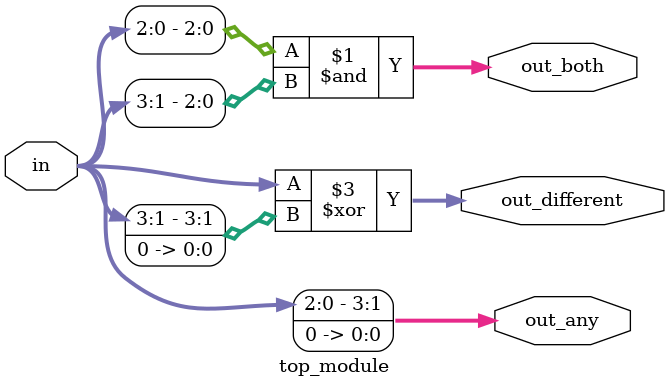
<source format=sv>
module top_module (
    input [3:0] in,
    output [2:0] out_both,
    output [3:0] out_any,
    output reg [3:0] out_different
);

    assign out_both = in[2:0] & in[3:1];
    assign out_any = {in[2:0], 1'b0};
    
    always @(*) begin
        out_different = in ^ {in[3:1], 1'b0};
    end

endmodule

</source>
